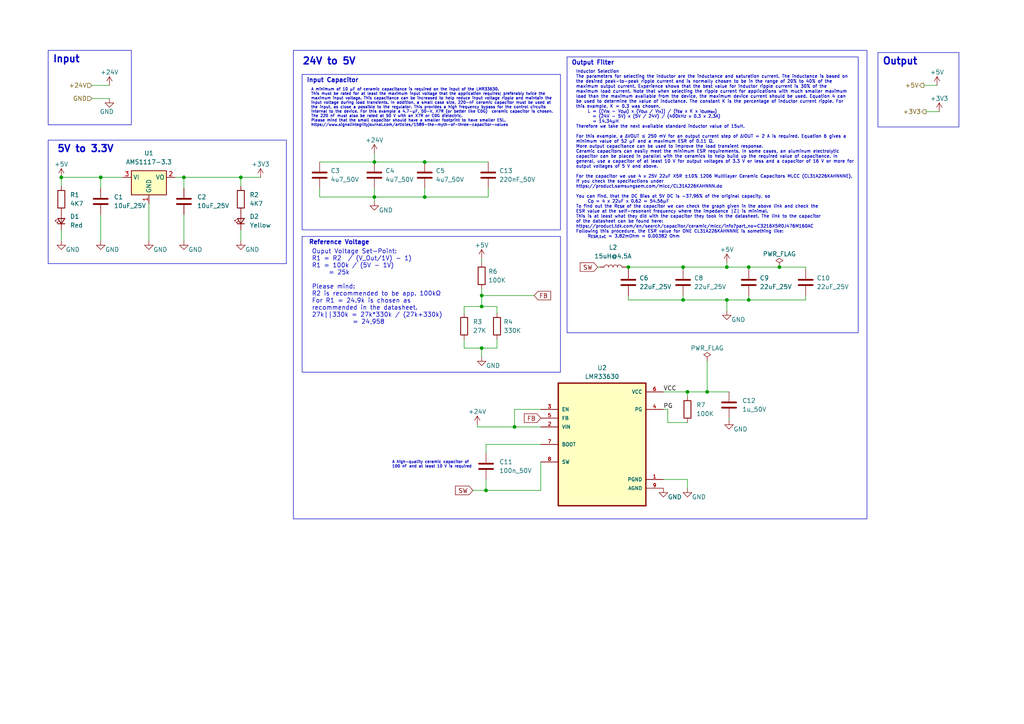
<source format=kicad_sch>
(kicad_sch (version 20231120) (generator "eeschema") (generator_version "8.0")
  (paper "A4")
  (lib_symbols
    (symbol "+5V_1" (power) (pin_names (offset 0))
      (property "Value" "+5V_1" (at 0 3.556 0))
      (symbol "+5V_1_0_1"
        (polyline (pts (xy -0.762 1.27) (xy 0 2.54)))
        (polyline (pts (xy 0 0) (xy 0 2.54)))
        (polyline (pts (xy 0 2.54) (xy 0.762 1.27)))
      )
      (symbol "+5V_1_1_1"
        (pin power_in line (at 0 0 90) (length 0) hide (name "+5V") (number "1"))
      )
    )
    (symbol "_C_0402:100n_50V" (pin_numbers hide) (pin_names (offset 0.254))
      (property "Reference" "C" (at 0.635 2.54 0))
      (property "Value" "100n_50V" (at 0.635 -2.54 0))
      (symbol "100n_50V_0_1"
        (polyline (pts (xy -2.032 -0.762) (xy 2.032 -0.762)) (stroke (width 0.508)))
        (polyline (pts (xy -2.032 0.762) (xy 2.032 0.762)) (stroke (width 0.508)))
      )
      (symbol "100n_50V_1_1"
        (pin passive line (at 0 3.81 270) (length 2.794) (name "~") (number "1"))
        (pin passive line (at 0 -3.81 90) (length 2.794) (name "~") (number "2"))
      )
    )
    (symbol "_C_0603:10uF_25V" (pin_numbers hide) (pin_names (offset 0.254))
      (property "Reference" "C" (at 0.635 2.54 0))
      (property "Value" "10uF_25V" (at 0.635 -2.54 0))
      (symbol "10uF_25V_0_1"
        (polyline (pts (xy -2.032 -0.762) (xy 2.032 -0.762)) (stroke (width 0.508)))
        (polyline (pts (xy -2.032 0.762) (xy 2.032 0.762)) (stroke (width 0.508)))
      )
      (symbol "10uF_25V_1_1"
        (pin passive line (at 0 3.81 270) (length 2.794) (name "~") (number "1"))
        (pin passive line (at 0 -3.81 90) (length 2.794) (name "~") (number "2"))
      )
    )
    (symbol "_C_0805:1u_50V" (pin_numbers hide) (pin_names (offset 0.254))
      (property "Reference" "C" (at 0.635 2.54 0))
      (property "Value" "1u_50V" (at 0.635 -2.54 0))
      (symbol "1u_50V_0_1"
        (polyline (pts (xy -2.032 -0.762) (xy 2.032 -0.762)) (stroke (width 0.508)))
        (polyline (pts (xy -2.032 0.762) (xy 2.032 0.762)) (stroke (width 0.508)))
      )
      (symbol "1u_50V_1_1"
        (pin passive line (at 0 3.81 270) (length 2.794) (name "~") (number "1"))
        (pin passive line (at 0 -3.81 90) (length 2.794) (name "~") (number "2"))
      )
    )
    (symbol "_C_0805:220nF_50V" (pin_numbers hide) (pin_names (offset 0.254))
      (property "Reference" "C" (at 0.635 2.54 0))
      (property "Value" "220nF_50V" (at 0.635 -2.54 0))
      (symbol "220nF_50V_0_1"
        (polyline (pts (xy -2.032 -0.762) (xy 2.032 -0.762)) (stroke (width 0.508)))
        (polyline (pts (xy -2.032 0.762) (xy 2.032 0.762)) (stroke (width 0.508)))
      )
      (symbol "220nF_50V_1_1"
        (pin passive line (at 0 3.81 270) (length 2.794) (name "~") (number "1"))
        (pin passive line (at 0 -3.81 90) (length 2.794) (name "~") (number "2"))
      )
    )
    (symbol "_C_1206:22uF_25V" (pin_numbers hide) (pin_names (offset 0.254))
      (property "Reference" "C" (at 0.635 2.54 0))
      (property "Value" "22uF_25V" (at 0.635 -2.54 0))
      (symbol "22uF_25V_0_1"
        (polyline (pts (xy -2.032 -0.762) (xy 2.032 -0.762)) (stroke (width 0.508)))
        (polyline (pts (xy -2.032 0.762) (xy 2.032 0.762)) (stroke (width 0.508)))
      )
      (symbol "22uF_25V_1_1"
        (pin passive line (at 0 3.81 270) (length 2.794) (name "~") (number "1"))
        (pin passive line (at 0 -3.81 90) (length 2.794) (name "~") (number "2"))
      )
    )
    (symbol "_C_1206:4u7_50V" (pin_numbers hide) (pin_names (offset 0.254))
      (property "Reference" "C" (at 0.635 2.54 0))
      (property "Value" "4u7_50V" (at 0.635 -2.54 0))
      (symbol "4u7_50V_0_1"
        (polyline (pts (xy -2.032 -0.762) (xy 2.032 -0.762)) (stroke (width 0.508)))
        (polyline (pts (xy -2.032 0.762) (xy 2.032 0.762)) (stroke (width 0.508)))
      )
      (symbol "4u7_50V_1_1"
        (pin passive line (at 0 3.81 270) (length 2.794) (name "~") (number "1"))
        (pin passive line (at 0 -3.81 90) (length 2.794) (name "~") (number "2"))
      )
    )
    (symbol "_LED:Red" (pin_numbers hide) (pin_names (offset 0.254) hide)
      (property "Reference" "D" (at -1.27 3.175 0))
      (property "Value" "Red" (at -4.445 -2.54 0))
      (symbol "Red_0_1"
        (polyline (pts (xy -0.762 -1.016) (xy -0.762 1.016)) (stroke (width 0.254)))
        (polyline (pts (xy 1.016 0) (xy -0.762 0)))
        (polyline (pts (xy 0.762 -1.016) (xy -0.762 0) (xy 0.762 1.016) (xy 0.762 -1.016)) (stroke (width 0.254)))
        (polyline (pts (xy 0 0.762) (xy -0.508 1.27) (xy -0.254 1.27) (xy -0.508 1.27) (xy -0.508 1.016)))
        (polyline (pts (xy 0.508 1.27) (xy 0 1.778) (xy 0.254 1.778) (xy 0 1.778) (xy 0 1.524)))
      )
      (symbol "Red_1_1"
        (pin passive line (at -2.54 0 0) (length 1.778) (name "K") (number "1"))
        (pin passive line (at 2.54 0 180) (length 1.778) (name "A") (number "2"))
      )
    )
    (symbol "_LED:Yellow" (pin_numbers hide) (pin_names (offset 0.254) hide)
      (property "Reference" "D" (at -1.27 3.175 0))
      (property "Value" "Yellow" (at -4.445 -2.54 0))
      (symbol "Yellow_0_1"
        (polyline (pts (xy -0.762 -1.016) (xy -0.762 1.016)) (stroke (width 0.254)))
        (polyline (pts (xy 1.016 0) (xy -0.762 0)))
        (polyline (pts (xy 0.762 -1.016) (xy -0.762 0) (xy 0.762 1.016) (xy 0.762 -1.016)) (stroke (width 0.254)))
        (polyline (pts (xy 0 0.762) (xy -0.508 1.27) (xy -0.254 1.27) (xy -0.508 1.27) (xy -0.508 1.016)))
        (polyline (pts (xy 0.508 1.27) (xy 0 1.778) (xy 0.254 1.778) (xy 0 1.778) (xy 0 1.524)))
      )
      (symbol "Yellow_1_1"
        (pin passive line (at -2.54 0 0) (length 1.778) (name "K") (number "1"))
        (pin passive line (at 2.54 0 180) (length 1.778) (name "A") (number "2"))
      )
    )
    (symbol "_L_Power:15uH@4.5A" (pin_numbers hide) (pin_names (offset 1.016) hide)
      (property "Reference" "L" (at -1.27 0 90))
      (property "Value" "15uH@4.5A" (at 1.905 0 90))
      (symbol "15uH@4.5A_0_1"
        (arc (start 0 -2.54) (mid 0.6323 -1.905) (end 0 -1.27))
        (arc (start 0 -1.27) (mid 0.6323 -0.635) (end 0 0))
        (arc (start 0 0) (mid 0.6323 0.635) (end 0 1.27))
        (arc (start 0 1.27) (mid 0.6323 1.905) (end 0 2.54))
      )
      (symbol "15uH@4.5A_1_1"
        (pin passive line (at 0 3.81 270) (length 1.27) (name "1") (number "1"))
        (pin passive line (at 0 -3.81 90) (length 1.27) (name "2") (number "2"))
      )
    )
    (symbol "_R_0402:100K" (pin_numbers hide) (pin_names (offset 0))
      (property "Reference" "R" (at 2.032 0 90))
      (property "Value" "100K" (at 0 0 90))
      (symbol "100K_0_1"
        (rectangle (start -1.016 -2.54) (end 1.016 2.54) (stroke (width 0.254)))
      )
      (symbol "100K_1_1"
        (pin passive line (at 0 3.81 270) (length 1.27) (name "~") (number "1"))
        (pin passive line (at 0 -3.81 90) (length 1.27) (name "~") (number "2"))
      )
    )
    (symbol "_R_0603:27K" (pin_numbers hide) (pin_names (offset 0))
      (property "Reference" "R" (at 2.032 0 90))
      (property "Value" "27K" (at 0 0 90))
      (symbol "27K_0_1"
        (rectangle (start -1.016 -2.54) (end 1.016 2.54) (stroke (width 0.254)))
      )
      (symbol "27K_1_1"
        (pin passive line (at 0 3.81 270) (length 1.27) (name "~") (number "1"))
        (pin passive line (at 0 -3.81 90) (length 1.27) (name "~") (number "2"))
      )
    )
    (symbol "_R_0603:330K" (pin_numbers hide) (pin_names (offset 0))
      (property "Reference" "R" (at 2.032 0 90))
      (property "Value" "330K" (at 0 0 90))
      (symbol "330K_0_1"
        (rectangle (start -1.016 -2.54) (end 1.016 2.54) (stroke (width 0.254)))
      )
      (symbol "330K_1_1"
        (pin passive line (at 0 3.81 270) (length 1.27) (name "~") (number "1"))
        (pin passive line (at 0 -3.81 90) (length 1.27) (name "~") (number "2"))
      )
    )
    (symbol "_R_0603:4K7" (pin_numbers hide) (pin_names (offset 0))
      (property "Reference" "R" (at 2.032 0 90))
      (property "Value" "4K7" (at 0 0 90))
      (symbol "4K7_0_1"
        (rectangle (start -1.016 -2.54) (end 1.016 2.54) (stroke (width 0.254)))
      )
      (symbol "4K7_1_1"
        (pin passive line (at 0 3.81 270) (length 1.27) (name "~") (number "1"))
        (pin passive line (at 0 -3.81 90) (length 1.27) (name "~") (number "2"))
      )
    )
    (symbol "_Regulator_Linear:AMS1117-3.3"
      (property "Reference" "U" (at -3.81 3.175 0))
      (property "Value" "AMS1117-3.3" (at 0 3.175 0))
      (symbol "AMS1117-3.3_0_1"
        (rectangle (start -5.08 -5.08) (end 5.08 1.905) (stroke (width 0.254)) (fill (type background)))
      )
      (symbol "AMS1117-3.3_1_1"
        (pin power_in line (at 0 -7.62 90) (length 2.54) (name "GND") (number "1"))
        (pin power_out line (at 7.62 0 180) (length 2.54) (name "VO") (number "2"))
        (pin power_in line (at -7.62 0 0) (length 2.54) (name "VI") (number "3"))
      )
    )
    (symbol "_Regulator_Switching:LMR33630" (pin_names (offset 1.016))
      (property "Reference" "U" (at -12.7 18.78 0))
      (property "Value" "LMR33630" (at -12.7 -21.78 0))
      (symbol "LMR33630_0_0"
        (rectangle (start -12.7 -17.78) (end 12.7 17.78) (stroke (width 0.41)) (fill (type background)))
        (pin power_in line (at 17.78 -10.16 180) (length 5.08) (name "PGND") (number "1"))
        (pin input line (at -17.78 5.08 0) (length 5.08) (name "VIN") (number "2"))
        (pin input line (at -17.78 10.16 0) (length 5.08) (name "EN") (number "3"))
        (pin output line (at 17.78 10.16 180) (length 5.08) (name "PG") (number "4"))
        (pin input line (at -17.78 7.62 0) (length 5.08) (name "FB") (number "5"))
        (pin power_in line (at 17.78 15.24 180) (length 5.08) (name "VCC") (number "6"))
        (pin bidirectional line (at -17.78 0 0) (length 5.08) (name "BOOT") (number "7"))
        (pin bidirectional line (at -17.78 -5.08 0) (length 5.08) (name "SW") (number "8"))
        (pin power_in line (at 17.78 -12.7 180) (length 5.08) (name "AGND") (number "9"))
      )
    )
    (symbol "power:+24V" (power) (pin_names (offset 0))
      (property "Value" "+24V" (at 0 3.556 0))
      (symbol "+24V_0_1"
        (polyline (pts (xy -0.762 1.27) (xy 0 2.54)))
        (polyline (pts (xy 0 0) (xy 0 2.54)))
        (polyline (pts (xy 0 2.54) (xy 0.762 1.27)))
      )
      (symbol "+24V_1_1"
        (pin power_in line (at 0 0 90) (length 0) hide (name "+24V") (number "1"))
      )
    )
    (symbol "power:+3V3" (power) (pin_names (offset 0))
      (property "Value" "+3V3" (at 0 3.556 0))
      (symbol "+3V3_0_1"
        (polyline (pts (xy -0.762 1.27) (xy 0 2.54)))
        (polyline (pts (xy 0 0) (xy 0 2.54)))
        (polyline (pts (xy 0 2.54) (xy 0.762 1.27)))
      )
      (symbol "+3V3_1_1"
        (pin power_in line (at 0 0 90) (length 0) hide (name "+3V3") (number "1"))
      )
    )
    (symbol "power:+5V" (power) (pin_names (offset 0))
      (property "Value" "+5V" (at 0 3.556 0))
      (symbol "+5V_0_1"
        (polyline (pts (xy -0.762 1.27) (xy 0 2.54)))
        (polyline (pts (xy 0 0) (xy 0 2.54)))
        (polyline (pts (xy 0 2.54) (xy 0.762 1.27)))
      )
      (symbol "+5V_1_1"
        (pin power_in line (at 0 0 90) (length 0) hide (name "+5V") (number "1"))
      )
    )
    (symbol "power:GND" (power) (pin_names (offset 0))
      (property "Value" "GND" (at 0 -3.81 0))
      (symbol "GND_0_1"
        (polyline (pts (xy 0 0) (xy 0 -1.27) (xy 1.27 -1.27) (xy 0 -2.54) (xy -1.27 -1.27) (xy 0 -1.27)))
      )
      (symbol "GND_1_1"
        (pin power_in line (at 0 0 270) (length 0) hide (name "GND") (number "1"))
      )
    )
    (symbol "power:PWR_FLAG" (power) (pin_numbers hide) (pin_names (offset 0) hide)
      (property "Value" "PWR_FLAG" (at 0 3.81 0))
      (symbol "PWR_FLAG_0_0"
        (pin power_out line (at 0 0 90) (length 0) (name "pwr") (number "1"))
      )
      (symbol "PWR_FLAG_0_1"
        (polyline (pts (xy 0 0) (xy 0 1.27) (xy -1.016 1.905) (xy 0 2.54) (xy 1.016 1.905) (xy 0 1.27)))
      )
    )
  )
  (junction (at 210.82 77.47))
  (junction (at 205.105 113.665))
  (junction (at 123.19 46.99))
  (junction (at 182.245 77.47))
  (junction (at 217.17 86.995))
  (junction (at 210.82 86.995))
  (junction (at 108.585 46.99))
  (junction (at 108.585 57.15))
  (junction (at 139.7 88.9))
  (junction (at 139.7 100.965))
  (junction (at 217.17 77.47))
  (junction (at 149.225 123.825))
  (junction (at 69.85 51.435))
  (junction (at 123.19 57.15))
  (junction (at 29.21 51.435))
  (junction (at 226.06 77.47))
  (junction (at 53.34 51.435))
  (junction (at 199.39 113.665))
  (junction (at 198.12 86.995))
  (junction (at 17.78 51.435))
  (junction (at 139.7 85.725))
  (junction (at 140.97 142.24))
  (junction (at 198.12 77.47))
  (wire (pts (xy 193.675 118.745) (xy 192.405 118.745)))
  (wire (pts (xy 92.71 54.61) (xy 92.71 57.15)))
  (wire (pts (xy 210.82 77.47) (xy 217.17 77.47)))
  (wire (pts (xy 199.39 139.065) (xy 199.39 141.605)))
  (wire (pts (xy 268.605 32.385) (xy 272.415 32.385)))
  (wire (pts (xy 139.7 83.82) (xy 139.7 85.725)))
  (wire (pts (xy 217.17 85.725) (xy 217.17 86.995)))
  (wire (pts (xy 233.68 77.47) (xy 226.06 77.47)))
  (wire (pts (xy 43.18 59.055) (xy 43.18 69.85)))
  (wire (pts (xy 123.19 57.15) (xy 141.605 57.15)))
  (wire (pts (xy 144.145 100.965) (xy 144.145 98.425)))
  (wire (pts (xy 173.355 77.47) (xy 173.99 77.47)))
  (wire (pts (xy 267.97 24.765) (xy 271.78 24.765)))
  (wire (pts (xy 198.12 77.47) (xy 210.82 77.47)))
  (wire (pts (xy 50.8 51.435) (xy 53.34 51.435)))
  (wire (pts (xy 29.21 51.435) (xy 35.56 51.435)))
  (wire (pts (xy 198.12 86.995) (xy 210.82 86.995)))
  (wire (pts (xy 199.39 114.935) (xy 199.39 113.665)))
  (wire (pts (xy 140.97 139.065) (xy 140.97 142.24)))
  (wire (pts (xy 69.85 69.85) (xy 69.85 66.675)))
  (wire (pts (xy 182.245 77.47) (xy 198.12 77.47)))
  (wire (pts (xy 144.145 90.805) (xy 144.145 88.9)))
  (wire (pts (xy 92.71 57.15) (xy 108.585 57.15)))
  (wire (pts (xy 198.12 78.105) (xy 198.12 77.47)))
  (wire (pts (xy 140.97 128.905) (xy 156.845 128.905)))
  (wire (pts (xy 69.85 53.975) (xy 69.85 51.435)))
  (wire (pts (xy 217.17 77.47) (xy 217.17 78.105)))
  (wire (pts (xy 193.675 122.555) (xy 193.675 118.745)))
  (wire (pts (xy 134.62 88.9) (xy 139.7 88.9)))
  (wire (pts (xy 181.61 77.47) (xy 182.245 77.47)))
  (wire (pts (xy 26.67 28.575) (xy 31.75 28.575)))
  (wire (pts (xy 140.97 128.905) (xy 140.97 131.445)))
  (wire (pts (xy 141.605 54.61) (xy 141.605 57.15)))
  (wire (pts (xy 182.245 86.995) (xy 182.245 85.725)))
  (wire (pts (xy 134.62 90.805) (xy 134.62 88.9)))
  (wire (pts (xy 144.145 88.9) (xy 139.7 88.9)))
  (wire (pts (xy 53.34 51.435) (xy 69.85 51.435)))
  (wire (pts (xy 199.39 122.555) (xy 193.675 122.555)))
  (wire (pts (xy 217.17 77.47) (xy 226.06 77.47)))
  (wire (pts (xy 211.455 121.285) (xy 211.455 121.92)))
  (wire (pts (xy 233.68 86.995) (xy 233.68 85.725)))
  (wire (pts (xy 123.19 54.61) (xy 123.19 57.15)))
  (wire (pts (xy 182.245 86.995) (xy 198.12 86.995)))
  (wire (pts (xy 139.7 100.965) (xy 139.7 103.505)))
  (wire (pts (xy 134.62 100.965) (xy 139.7 100.965)))
  (wire (pts (xy 29.21 62.23) (xy 29.21 69.85)))
  (wire (pts (xy 140.97 142.24) (xy 156.845 142.24)))
  (wire (pts (xy 149.225 118.745) (xy 156.845 118.745)))
  (wire (pts (xy 139.7 100.965) (xy 144.145 100.965)))
  (wire (pts (xy 233.68 78.105) (xy 233.68 77.47)))
  (wire (pts (xy 108.585 44.45) (xy 108.585 46.99)))
  (wire (pts (xy 149.225 123.825) (xy 156.845 123.825)))
  (wire (pts (xy 123.19 46.99) (xy 141.605 46.99)))
  (wire (pts (xy 182.245 77.47) (xy 182.245 78.105)))
  (wire (pts (xy 53.34 62.23) (xy 53.34 69.85)))
  (wire (pts (xy 139.7 85.725) (xy 154.94 85.725)))
  (wire (pts (xy 149.225 118.745) (xy 149.225 123.825)))
  (wire (pts (xy 108.585 54.61) (xy 108.585 57.15)))
  (wire (pts (xy 210.82 86.995) (xy 210.82 90.17)))
  (wire (pts (xy 108.585 46.99) (xy 123.19 46.99)))
  (wire (pts (xy 29.21 54.61) (xy 29.21 51.435)))
  (wire (pts (xy 17.78 53.975) (xy 17.78 51.435)))
  (wire (pts (xy 53.34 51.435) (xy 53.34 54.61)))
  (wire (pts (xy 210.82 86.995) (xy 217.17 86.995)))
  (wire (pts (xy 139.7 76.2) (xy 139.7 74.93)))
  (wire (pts (xy 92.71 46.99) (xy 108.585 46.99)))
  (wire (pts (xy 199.39 113.665) (xy 192.405 113.665)))
  (wire (pts (xy 134.62 98.425) (xy 134.62 100.965)))
  (wire (pts (xy 138.43 123.825) (xy 149.225 123.825)))
  (wire (pts (xy 108.585 57.15) (xy 108.585 58.42)))
  (wire (pts (xy 26.67 24.765) (xy 31.75 24.765)))
  (wire (pts (xy 198.12 85.725) (xy 198.12 86.995)))
  (wire (pts (xy 217.17 86.995) (xy 233.68 86.995)))
  (wire (pts (xy 205.105 113.665) (xy 211.455 113.665)))
  (wire (pts (xy 17.78 69.85) (xy 17.78 66.675)))
  (wire (pts (xy 205.105 104.775) (xy 205.105 113.665)))
  (wire (pts (xy 108.585 57.15) (xy 123.19 57.15)))
  (wire (pts (xy 137.16 142.24) (xy 140.97 142.24)))
  (wire (pts (xy 138.43 123.19) (xy 138.43 123.825)))
  (wire (pts (xy 192.405 139.065) (xy 199.39 139.065)))
  (wire (pts (xy 17.78 51.435) (xy 29.21 51.435)))
  (wire (pts (xy 210.82 76.2) (xy 210.82 77.47)))
  (wire (pts (xy 69.85 51.435) (xy 75.565 51.435)))
  (wire (pts (xy 199.39 113.665) (xy 205.105 113.665)))
  (wire (pts (xy 139.7 88.9) (xy 139.7 85.725)))
  (wire (pts (xy 156.845 142.24) (xy 156.845 133.985)))
  (rectangle (start 13.97 14.605) (end 38.1 36.195))
  (rectangle (start 13.97 40.64) (end 83.058 76.454))
  (rectangle (start 85.09 14.605) (end 251.46 150.495))
  (rectangle (start 164.465 16.51) (end 248.92 96.52))
  (rectangle (start 254.635 15.24) (end 278.13 36.83))
  (rectangle (start 87.63 68.58) (end 162.56 107.95))
  (rectangle (start 87.63 21.59) (end 162.56 66.675))
  (text "A high-quality ceramic capacitor of\n100 nF and at least 10 V is required" (at 113.665 135.89 0) (effects (font (size 0.8 0.8)) (justify left bottom)))
  (text "Inductor Selection\nThe parameters for selecting the inductor are the inductance and saturation current. The inductance is based on\nthe desired peak-to-peak ripple current and is normally chosen to be in the range of 20% to 40% of the\nmaximum output current. Experience shows that the best value for inductor ripple current is 30% of the\nmaximum load current. Note that when selecting the ripple current for applications with much smaller maximum\nload than the maximum available from the device, the maximum device current should be used. Equation 4 can\nbe used to determine the value of inductance. The constant K is the percentage of inductor current ripple. For\nthis example, K = 0.3 was chosen.\n	L = ((V_{IN} - V_{Out}) x (V_{Out} / V_{in})) / (f_{SW} x K x I_{OutMax})\n	  = (24V - 5V) x (5V / 24V) / (400kHz x 0.3 x 2.3A)\n       = 14.34μH\nTherefore we take the next available standard inductor value of 15uH.\n\nFor this example, a ΔVOUT ≤ 250 mV for an output current step of ΔIOUT = 2 A is required. Equation 6 gives a\nminimum value of 52 μF and a maximum ESR of 0.11 Ω.\nMore output capacitance can be used to improve the load transient response.\nCeramic capacitors can easily meet the minimum ESR requirements. In some cases, an aluminum electrolytic\ncapacitor can be placed in parallel with the ceramics to help build up the required value of capacitance. In\ngeneral, use a capacitor of at least 10 V for output voltages of 3.3 V or less and a capacitor of 16 V or more for\noutput voltages of 5 V and above.\n\nFor the capacitor we use 4 x 25V 22uF X5R ±10% 1206 Multilayer Ceramic Capacitors MLCC (CL31A226KAHNNNE).\nIf you check the specifactions under\nhttps://product.samsungsem.com/mlcc/CL31A226KAHNNN.do\n\nYou can find, that the DC Bias at 5V DC is -37.96% of the original capacity, so\n	C_{O} = 4 x 22uF x 0.62 = 54.56μF\nTo find out the R_{ESR} of the capacitor we can check the graph given in the above link and check the\nESR value at the self-resonant frequency where the impedance |Z| is minimal.\nThis is at least what they did with the capacitor they took in the datasheet. The link to the capacitor\nof the datasheet can be found here:\nhttps://product.tdk.com/en/search/capacitor/ceramic/mlcc/info?part_no=C3216X5R0J476M160AC\nFollowing this procedure, the ESR value for ONE CL31A226KAHNNNE is something like:\n	R_{ESR,1xC} = 3.82mOhm = 0.00382 Ohm" (at 167.005 69.215 0) (effects (font (size 0.9 0.9)) (justify left bottom)))
  (text "Reference Voltage" (at 89.535 71.12 0) (effects (font (size 1.27 1.27) (thickness 0.254) (bold yes)) (justify left bottom)))
  (text "A minimum of 10 μF of ceramic capacitance is required on the input of the LMR33630.\nThis must be rated for at least the maximum input voltage that the application requires; preferably twice the\nmaximum input voltage. This capacitance can be increased to help reduce input voltage ripple and maintain the\ninput voltage during load transients. In addition, a small case size, 220-nF ceramic capacitor must be used at\nthe input, as close a possible to the regulator. This provides a high frequency bypass for the control circuits\ninternal to the device. For this example a 4.7-μF, 50-V, X7R (or better like C0G)  ceramic capacitor is chosen.\nThe 220 nF must also be rated at 50 V with an X7R or C0G dielectric.\nPlease mind that the small capacitor should have a smaller footprint to have smaller ESL.\nhttps://www.signalintegrityjournal.com/articles/1589-the-myth-of-three-capacitor-values" (at 90.17 36.83 0) (effects (font (size 0.8 0.8)) (justify left bottom)))
  (text "Input Capacitor" (at 88.9 24.13 0) (effects (font (size 1.27 1.27) (thickness 0.254) (bold yes)) (justify left bottom)))
  (text "Ouput Voltage Set-Point:\nR1 = R2  / (V_Out/1V) - 1)\nR1 = 100k / (5V - 1V)\n     = 25k\n\nPlease mind:\nR2 is recommended to be app. 100kΩ\nFor R1 = 24.9k is chosen as\nrecommended in the datasheet.\n27k||330k = 27k*330k / (27k+330k)\n		  = 24,958" (at 90.424 94.234 0) (effects (font (size 1.27 1.27)) (justify left bottom)))
  (text "5V to 3.3V" (at 16.51 44.45 0) (effects (font (size 2 2) (thickness 0.4) (bold yes)) (justify left bottom)))
  (text "Input" (at 15.24 18.415 0) (effects (font (size 2 2) (thickness 0.4) (bold yes)) (justify left bottom)))
  (text "Output Filter" (at 165.735 19.05 0) (effects (font (size 1.27 1.27) (thickness 0.254) (bold yes)) (justify left bottom)))
  (text "Output" (at 255.905 19.05 0) (effects (font (size 2 2) (thickness 0.4) (bold yes)) (justify left bottom)))
  (text "24V to 5V" (at 87.63 19.05 0) (effects (font (size 2 2) (thickness 0.4) (bold yes)) (justify left bottom)))
  (label "PG" (at 192.405 118.745 0))
  (label "VCC" (at 192.405 113.665 0))
  (global_label "SW" (shape input) (at 173.355 77.47 180) (property "Intersheetrefs" "${INTERSHEET_REFS}" (effects (hide yes))))
  (global_label "FB" (shape input) (at 156.845 121.285 180) (property "Intersheetrefs" "${INTERSHEET_REFS}" (effects (hide yes))))
  (global_label "FB" (shape input) (at 154.94 85.725 0) (property "Intersheetrefs" "${INTERSHEET_REFS}" (effects (hide yes))))
  (global_label "SW" (shape input) (at 137.16 142.24 180) (property "Intersheetrefs" "${INTERSHEET_REFS}" (effects (hide yes))))
  (hierarchical_label "+5V" (shape output) (at 267.97 24.765 180))
  (hierarchical_label "+24V" (shape input) (at 26.67 24.765 180))
  (hierarchical_label "+3V3" (shape output) (at 268.605 32.385 180))
  (hierarchical_label "GND" (shape input) (at 26.67 28.575 180))
  (symbol (lib_id "_R_0603:27K") (at 134.62 94.615 0) (unit 1)
    (property "Reference" "R3" (at 137.16 93.345 0) (effects (justify left)))
    (property "Value" "27K" (at 137.16 95.885 0) (effects (justify left)))
    (property "Footprint" "Resistor_SMD:R_0603_1608Metric" (effects (hide yes)))
    (property "MF" "UNI-ROYAL" (effects (hide yes)))
    (property "MPN" "0603WAF2702T5E" (effects (hide yes)))
    (property "OC_LCSC" "C22967" (effects (hide yes)))
  )
  (symbol (lib_id "_C_1206:22uF_25V") (at 233.68 81.915 0) (unit 1)
    (property "Reference" "C10" (at 236.855 80.645 0) (effects (justify left)))
    (property "Value" "22uF_25V" (at 236.855 83.185 0) (effects (justify left)))
    (property "Footprint" "Capacitor_SMD:C_1206_3216Metric" (effects (hide yes)))
    (property "Datasheet" "https://product.samsungsem.com/mlcc/CL31A226KAHNNN.do" (effects (hide yes)))
    (property "MF" "Samsung Electro-Mechanics" (effects (hide yes)))
    (property "MPN" "CL31A226KAHNNNE" (effects (hide yes)))
    (property "OC_LCSC" "C12891" (effects (hide yes)))
  )
  (symbol (lib_id "_C_1206:4u7_50V") (at 123.19 50.8 0) (unit 1)
    (property "Reference" "C5" (at 126.365 49.53 0) (effects (justify left)))
    (property "Value" "4u7_50V" (at 126.365 52.07 0) (effects (justify left)))
    (property "Footprint" "Capacitor_SMD:C_1206_3216Metric" (effects (hide yes)))
    (property "MF" "FH" (effects (hide yes)))
    (property "MPN" "1206B475K500NT" (effects (hide yes)))
    (property "OC_LCSC" "C29823" (effects (hide yes)))
  )
  (symbol (lib_id "power:GND") (at 53.34 69.85 0) (unit 1)
    (property "Reference" "#PWR016" (effects (hide yes)))
    (property "Value" "GND" (at 54.61 72.39 0) (effects (justify left)))
  )
  (symbol (lib_id "power:+3V3") (at 75.565 51.435 0) (unit 1)
    (property "Reference" "#PWR018" (effects (hide yes)))
    (property "Value" "+3V3" (at 75.565 47.625 0))
  )
  (symbol (lib_id "_Regulator_Switching:LMR33630") (at 174.625 128.905 0) (unit 1)
    (property "Reference" "U2" (at 174.625 106.68 0))
    (property "Value" "LMR33630" (at 174.625 109.22 0))
    (property "Footprint" "Package_SO:Texas_R-PDSO-G8_EP2.95x4.9mm_Mask2.4x3.1mm_ThermalVias" (effects (hide yes)))
    (property "Datasheet" "https://www.ti.com/lit/ds/symlink/lmr33630.pdf" (effects (hide yes)))
    (property "MF" "TI" (effects (hide yes)))
    (property "MPN" "LMR33630ADDAR" (effects (hide yes)))
    (property "OC_LCSC" "C841384" (effects (hide yes)))
  )
  (symbol (lib_id "power:GND") (at 210.82 90.17 0) (unit 1)
    (property "Reference" "#PWR026" (effects (hide yes)))
    (property "Value" "GND" (at 212.09 92.71 0) (effects (justify left)))
  )
  (symbol (lib_id "power:GND") (at 69.85 69.85 0) (unit 1)
    (property "Reference" "#PWR017" (effects (hide yes)))
    (property "Value" "GND" (at 71.12 72.39 0) (effects (justify left)))
  )
  (symbol (lib_name "+5V_1") (lib_id "power:+5V") (at 271.78 24.765 0) (unit 1)
    (property "Reference" "#PWR029" (effects (hide yes)))
    (property "Value" "+5V" (at 271.78 20.955 0))
  )
  (symbol (lib_id "power:PWR_FLAG") (at 226.06 77.47 0) (unit 1)
    (property "Reference" "#FLG03" (effects (hide yes)))
    (property "Value" "PWR_FLAG" (at 226.06 73.66 0))
  )
  (symbol (lib_id "_LED:Red") (at 17.78 64.135 90) (unit 1)
    (property "Reference" "D1" (at 20.32 62.8015 90) (effects (justify right)))
    (property "Value" "Red" (at 20.32 65.3415 90) (effects (justify right)))
    (property "Footprint" "LED_SMD:LED_0603_1608Metric" (effects (hide yes)))
    (property "Datasheet" "https://datasheet.lcsc.com/lcsc/1810231112_Hubei-KENTO-Elec-KT-0603R_C2286.pdf" (effects (hide yes)))
    (property "MF" "Hubei KENTO Elec" (effects (hide yes)))
    (property "MPN" "KT-0603R" (effects (hide yes)))
    (property "OC_LCSC" "C2286" (effects (hide yes)))
  )
  (symbol (lib_id "power:GND") (at 108.585 58.42 0) (unit 1)
    (property "Reference" "#PWR020" (effects (hide yes)))
    (property "Value" "GND" (at 109.855 60.96 0) (effects (justify left)))
  )
  (symbol (lib_id "_C_0805:220nF_50V") (at 141.605 50.8 0) (unit 1)
    (property "Reference" "C13" (at 144.78 49.53 0) (effects (justify left)))
    (property "Value" "220nF_50V" (at 144.78 52.07 0) (effects (justify left)))
    (property "Footprint" "Capacitor_SMD:C_0805_2012Metric" (effects (hide yes)))
    (property "Datasheet" "https://product.samsungsem.com/mlcc/CL21B224KBFNNN.do" (effects (hide yes)))
    (property "MF" "Samsung Electro-Mechanics" (effects (hide yes)))
    (property "MPN" "CL21B224KBFNNNE" (effects (hide yes)))
    (property "OC_LCSC" "C5378" (effects (hide yes)))
  )
  (symbol (lib_id "_R_0603:330K") (at 144.145 94.615 0) (unit 1)
    (property "Reference" "R4" (at 146.05 93.345 0) (effects (justify left)))
    (property "Value" "330K" (at 146.05 95.885 0) (effects (justify left)))
    (property "Footprint" "Resistor_SMD:R_0603_1608Metric" (effects (hide yes)))
    (property "MF" "UNI-ROYAL" (effects (hide yes)))
    (property "MPN" "0603WAF3303T5E" (effects (hide yes)))
    (property "OC_LCSC" "C23137" (effects (hide yes)))
  )
  (symbol (lib_id "power:GND") (at 199.39 141.605 0) (unit 1)
    (property "Reference" "#PWR027" (effects (hide yes)))
    (property "Value" "GND" (at 200.66 144.145 0) (effects (justify left)))
  )
  (symbol (lib_id "_LED:Yellow") (at 69.85 64.135 90) (unit 1)
    (property "Reference" "D2" (at 72.39 62.8015 90) (effects (justify right)))
    (property "Value" "Yellow" (at 72.39 65.3415 90) (effects (justify right)))
    (property "Footprint" "LED_SMD:LED_0805_2012Metric" (effects (hide yes)))
    (property "Datasheet" "https://datasheet.lcsc.com/lcsc/1806151129_Hubei-KENTO-Elec-KT-0805Y_C2296.pdf" (effects (hide yes)))
    (property "MF" "Hubei KENTO Elec" (effects (hide yes)))
    (property "MPN" "KT-0805Y" (effects (hide yes)))
    (property "OC_LCSC" "C2296" (effects (hide yes)))
  )
  (symbol (lib_id "power:GND") (at 43.18 69.85 0) (unit 1)
    (property "Reference" "#PWR015" (effects (hide yes)))
    (property "Value" "GND" (at 44.45 72.39 0) (effects (justify left)))
  )
  (symbol (lib_id "power:GND") (at 139.7 103.505 0) (unit 1)
    (property "Reference" "#PWR022" (effects (hide yes)))
    (property "Value" "GND" (at 140.97 106.045 0) (effects (justify left)))
  )
  (symbol (lib_id "_R_0603:4K7") (at 69.85 57.785 0) (unit 1)
    (property "Reference" "R2" (at 72.39 56.515 0) (effects (justify left)))
    (property "Value" "4K7" (at 72.39 59.055 0) (effects (justify left)))
    (property "Footprint" "Resistor_SMD:R_0603_1608Metric" (effects (hide yes)))
    (property "Datasheet" "https://datasheet.lcsc.com/lcsc/2206010100_UNI-ROYAL-Uniroyal-Elec-0603WAF4701T5E_C23162.pdf" (effects (hide yes)))
    (property "MF" "UNI-ROYAL" (effects (hide yes)))
    (property "MPN" "0603WAF4701T5E" (effects (hide yes)))
    (property "OC_LCSC" "C23162" (effects (hide yes)))
  )
  (symbol (lib_name "+5V_1") (lib_id "power:+5V") (at 210.82 76.2 0) (unit 1)
    (property "Reference" "#PWR025" (effects (hide yes)))
    (property "Value" "+5V" (at 210.82 72.39 0))
  )
  (symbol (lib_id "_C_1206:4u7_50V") (at 92.71 50.8 0) (unit 1)
    (property "Reference" "C3" (at 95.885 49.53 0) (effects (justify left)))
    (property "Value" "4u7_50V" (at 95.885 52.07 0) (effects (justify left)))
    (property "Footprint" "Capacitor_SMD:C_1206_3216Metric" (effects (hide yes)))
    (property "MF" "FH" (effects (hide yes)))
    (property "MPN" "1206B475K500NT" (effects (hide yes)))
    (property "OC_LCSC" "C29823" (effects (hide yes)))
  )
  (symbol (lib_id "power:+3V3") (at 272.415 32.385 0) (unit 1)
    (property "Reference" "#PWR030" (effects (hide yes)))
    (property "Value" "+3V3" (at 272.415 28.575 0))
  )
  (symbol (lib_id "power:GND") (at 211.455 121.92 0) (unit 1)
    (property "Reference" "#PWR028" (effects (hide yes)))
    (property "Value" "GND" (at 212.725 124.46 0) (effects (justify left)))
  )
  (symbol (lib_id "power:+24V") (at 108.585 44.45 0) (unit 1)
    (property "Reference" "#PWR019" (effects (hide yes)))
    (property "Value" "+24V" (at 108.585 40.64 0))
  )
  (symbol (lib_id "_C_1206:22uF_25V") (at 217.17 81.915 0) (unit 1)
    (property "Reference" "C9" (at 220.345 80.645 0) (effects (justify left)))
    (property "Value" "22uF_25V" (at 220.345 83.185 0) (effects (justify left)))
    (property "Footprint" "Capacitor_SMD:C_1206_3216Metric" (effects (hide yes)))
    (property "Datasheet" "https://product.samsungsem.com/mlcc/CL31A226KAHNNN.do" (effects (hide yes)))
    (property "MF" "Samsung Electro-Mechanics" (effects (hide yes)))
    (property "MPN" "CL31A226KAHNNNE" (effects (hide yes)))
    (property "OC_LCSC" "C12891" (effects (hide yes)))
  )
  (symbol (lib_id "power:+5V") (at 17.78 51.435 0) (unit 1)
    (property "Reference" "#PWR010" (effects (hide yes)))
    (property "Value" "+5V" (at 17.78 47.625 0))
  )
  (symbol (lib_id "_C_0603:10uF_25V") (at 53.34 58.42 0) (unit 1)
    (property "Reference" "C2" (at 57.15 57.15 0) (effects (justify left)))
    (property "Value" "10uF_25V" (at 57.15 59.69 0) (effects (justify left)))
    (property "Footprint" "Capacitor_SMD:C_0603_1608Metric" (effects (hide yes)))
    (property "Datasheet" "https://product.samsungsem.com/mlcc/CL10A106MA8NRN.do" (effects (hide yes)))
    (property "MF" "Samsung Electro-Mechanics" (effects (hide yes)))
    (property "MPN" "CL10A106MA8NRNC" (effects (hide yes)))
    (property "OC_LCSC" "C96446" (effects (hide yes)))
  )
  (symbol (lib_id "power:GND") (at 29.21 69.85 0) (unit 1)
    (property "Reference" "#PWR012" (effects (hide yes)))
    (property "Value" "GND" (at 30.48 72.39 0) (effects (justify left)))
  )
  (symbol (lib_id "_C_1206:22uF_25V") (at 198.12 81.915 0) (unit 1)
    (property "Reference" "C8" (at 201.295 80.645 0) (effects (justify left)))
    (property "Value" "22uF_25V" (at 201.295 83.185 0) (effects (justify left)))
    (property "Footprint" "Capacitor_SMD:C_1206_3216Metric" (effects (hide yes)))
    (property "Datasheet" "https://product.samsungsem.com/mlcc/CL31A226KAHNNN.do" (effects (hide yes)))
    (property "MF" "Samsung Electro-Mechanics" (effects (hide yes)))
    (property "MPN" "CL31A226KAHNNNE" (effects (hide yes)))
    (property "OC_LCSC" "C12891" (effects (hide yes)))
  )
  (symbol (lib_id "power:GND") (at 31.75 28.575 0) (mirror y) (unit 1)
    (property "Reference" "#PWR014" (effects (hide yes)))
    (property "Value" "GND" (at 33.02 32.385 0) (effects (justify left)))
  )
  (symbol (lib_id "power:PWR_FLAG") (at 205.105 104.775 0) (unit 1)
    (property "Reference" "#FLG02" (effects (hide yes)))
    (property "Value" "PWR_FLAG" (at 205.105 100.965 0))
  )
  (symbol (lib_id "power:GND") (at 192.405 141.605 0) (unit 1)
    (property "Reference" "#PWR024" (effects (hide yes)))
    (property "Value" "GND" (at 193.675 144.145 0) (effects (justify left)))
  )
  (symbol (lib_id "_C_0402:100n_50V") (at 140.97 135.255 0) (unit 1)
    (property "Reference" "C11" (at 144.78 133.985 0) (effects (justify left)))
    (property "Value" "100n_50V" (at 144.78 136.525 0) (effects (justify left)))
    (property "Footprint" "Capacitor_SMD:C_0402_1005Metric" (effects (hide yes)))
    (property "Datasheet" "https://product.samsungsem.com/mlcc/CL05B104KB54PN.do" (effects (hide yes)))
    (property "MF" "Samsung Electro-Mechanics" (effects (hide yes)))
    (property "MPN" "CL05B104KB54PNC" (effects (hide yes)))
    (property "OC_LCSC" "C307331" (effects (hide yes)))
  )
  (symbol (lib_id "_R_0402:100K") (at 139.7 80.01 0) (unit 1)
    (property "Reference" "R6" (at 141.605 78.74 0) (effects (justify left)))
    (property "Value" "100K" (at 141.605 81.28 0) (effects (justify left)))
    (property "Footprint" "Resistor_SMD:R_0402_1005Metric" (effects (hide yes)))
    (property "MF" "UNI-ROYAL" (effects (hide yes)))
    (property "MPN" "0402WGF1003TCE" (effects (hide yes)))
    (property "OC_LCSC" "C25741" (effects (hide yes)))
  )
  (symbol (lib_name "+5V_1") (lib_id "power:+5V") (at 139.7 74.93 0) (unit 1)
    (property "Reference" "#PWR021" (effects (hide yes)))
    (property "Value" "+5V" (at 139.7 71.12 0))
  )
  (symbol (lib_id "_R_0402:100K") (at 199.39 118.745 0) (unit 1)
    (property "Reference" "R7" (at 201.93 117.475 0) (effects (justify left)))
    (property "Value" "100K" (at 201.93 120.015 0) (effects (justify left)))
    (property "Footprint" "Resistor_SMD:R_0402_1005Metric" (effects (hide yes)))
    (property "MF" "UNI-ROYAL" (effects (hide yes)))
    (property "MPN" "0402WGF1003TCE" (effects (hide yes)))
    (property "OC_LCSC" "C25741" (effects (hide yes)))
  )
  (symbol (lib_id "_C_0603:10uF_25V") (at 29.21 58.42 0) (unit 1)
    (property "Reference" "C1" (at 33.02 57.15 0) (effects (justify left)))
    (property "Value" "10uF_25V" (at 33.02 59.69 0) (effects (justify left)))
    (property "Footprint" "Capacitor_SMD:C_0603_1608Metric" (effects (hide yes)))
    (property "Datasheet" "https://product.samsungsem.com/mlcc/CL10A106MA8NRN.do" (effects (hide yes)))
    (property "MF" "Samsung Electro-Mechanics" (effects (hide yes)))
    (property "MPN" "CL10A106MA8NRNC" (effects (hide yes)))
    (property "OC_LCSC" "C96446" (effects (hide yes)))
  )
  (symbol (lib_id "_C_1206:22uF_25V") (at 182.245 81.915 0) (unit 1)
    (property "Reference" "C6" (at 185.42 80.645 0) (effects (justify left)))
    (property "Value" "22uF_25V" (at 185.42 83.185 0) (effects (justify left)))
    (property "Footprint" "Capacitor_SMD:C_1206_3216Metric" (effects (hide yes)))
    (property "Datasheet" "https://product.samsungsem.com/mlcc/CL31A226KAHNNN.do" (effects (hide yes)))
    (property "MF" "Samsung Electro-Mechanics" (effects (hide yes)))
    (property "MPN" "CL31A226KAHNNNE" (effects (hide yes)))
    (property "OC_LCSC" "C12891" (effects (hide yes)))
  )
  (symbol (lib_id "_C_0805:1u_50V") (at 211.455 117.475 0) (unit 1)
    (property "Reference" "C12" (at 215.265 116.205 0) (effects (justify left)))
    (property "Value" "1u_50V" (at 215.265 118.745 0) (effects (justify left)))
    (property "Footprint" "Capacitor_SMD:C_0805_2012Metric" (effects (hide yes)))
    (property "Datasheet" "https://product.samsungsem.com/mlcc/CL21B105KBFNNN.do" (effects (hide yes)))
    (property "MF" "Samsung Electro-Mechanics" (effects (hide yes)))
    (property "MPN" "CL21B105KBFNNNE" (effects (hide yes)))
    (property "OC_LCSC" "C28323" (effects (hide yes)))
  )
  (symbol (lib_id "_L_Power:15uH@4.5A") (at 177.8 77.47 90) (unit 1)
    (property "Reference" "L2" (at 177.8 71.755 90))
    (property "Value" "15uH@4.5A" (at 177.8 74.295 90))
    (property "Footprint" "Robast:Power_Inductor_SMDRI127" (effects (hide yes)))
    (property "Datasheet" "https://datasheet.lcsc.com/lcsc/2108131530_SXN-Shun-Xiang-Nuo-Elec-SMDRI127-150MT_C40000.pdf" (effects (hide yes)))
    (property "MF" "SXN(Shun Xiang Nuo Elec)" (effects (hide yes)))
    (property "MPN" "SMDRI127-150MT" (effects (hide yes)))
    (property "OC_LCSC" "C40000" (effects (hide yes)))
  )
  (symbol (lib_id "power:+24V") (at 138.43 123.19 0) (unit 1)
    (property "Reference" "#PWR023" (effects (hide yes)))
    (property "Value" "+24V" (at 138.43 119.38 0))
  )
  (symbol (lib_id "_Regulator_Linear:AMS1117-3.3") (at 43.18 51.435 0) (unit 1)
    (property "Reference" "U1" (at 43.18 44.45 0))
    (property "Value" "AMS1117-3.3" (at 43.18 46.99 0))
    (property "Footprint" "Package_TO_SOT_SMD:SOT-223-3_TabPin2" (effects (hide yes)))
    (property "Datasheet" "http://www.advanced-monolithic.com/pdf/ds1117.pdf" (effects (hide yes)))
    (property "MF" "Advanced Monolithic Systems" (effects (hide yes)))
    (property "MPN" "AMS1117-3.3" (effects (hide yes)))
    (property "OC_LCSC" "C6186" (effects (hide yes)))
  )
  (symbol (lib_id "_C_1206:4u7_50V") (at 108.585 50.8 0) (unit 1)
    (property "Reference" "C4" (at 111.76 49.53 0) (effects (justify left)))
    (property "Value" "4u7_50V" (at 111.76 52.07 0) (effects (justify left)))
    (property "Footprint" "Capacitor_SMD:C_1206_3216Metric" (effects (hide yes)))
    (property "MF" "FH" (effects (hide yes)))
    (property "MPN" "1206B475K500NT" (effects (hide yes)))
    (property "OC_LCSC" "C29823" (effects (hide yes)))
  )
  (symbol (lib_id "power:+24V") (at 31.75 24.765 0) (unit 1)
    (property "Reference" "#PWR013" (effects (hide yes)))
    (property "Value" "+24V" (at 31.75 20.955 0))
  )
  (symbol (lib_id "power:GND") (at 17.78 69.85 0) (unit 1)
    (property "Reference" "#PWR011" (effects (hide yes)))
    (property "Value" "GND" (at 19.05 72.39 0) (effects (justify left)))
  )
  (symbol (lib_id "_R_0603:4K7") (at 17.78 57.785 0) (unit 1)
    (property "Reference" "R1" (at 20.32 56.515 0) (effects (justify left)))
    (property "Value" "4K7" (at 20.32 59.055 0) (effects (justify left)))
    (property "Footprint" "Resistor_SMD:R_0603_1608Metric" (effects (hide yes)))
    (property "Datasheet" "https://datasheet.lcsc.com/lcsc/2206010100_UNI-ROYAL-Uniroyal-Elec-0603WAF4701T5E_C23162.pdf" (effects (hide yes)))
    (property "MF" "UNI-ROYAL" (effects (hide yes)))
    (property "MPN" "0603WAF4701T5E" (effects (hide yes)))
    (property "OC_LCSC" "C23162" (effects (hide yes)))
  )
)
</source>
